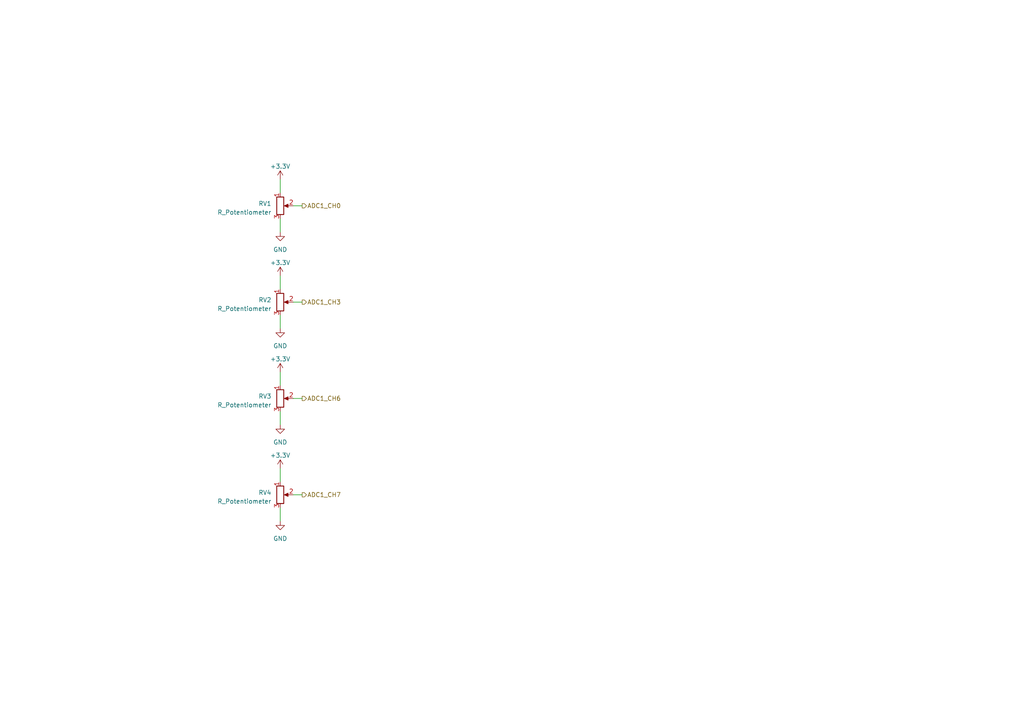
<source format=kicad_sch>
(kicad_sch (version 20230121) (generator eeschema)
  (paper "A4")
  (lib_symbols
    (symbol "Device:R_Potentiometer" (pin_names (offset 1.016) hide)
      (property "Reference" "RV" (at -4.445 0 90))
      (property "Value" "R_Potentiometer" (at -2.54 0 90))
      (symbol "R_Potentiometer_0_1"
        (polyline (pts (xy 2.54 0) (xy 1.524 0)))
        (polyline (pts (xy 1.143 0) (xy 2.286 0.508) (xy 2.286 -0.508) (xy 1.143 0)) (fill (type outline)))
        (rectangle (start 1.016 2.54) (end -1.016 -2.54) (stroke (width 0.254)))
      )
      (symbol "R_Potentiometer_1_1"
        (pin passive line (at 0 3.81 270) (length 1.27) (name "1") (number "1"))
        (pin passive line (at 3.81 0 180) (length 1.27) (name "2") (number "2"))
        (pin passive line (at 0 -3.81 90) (length 1.27) (name "3") (number "3"))
      )
    )
    (symbol "power:+3.3V" (power) (pin_names (offset 0))
      (property "Value" "+3.3V" (at 0 3.556 0))
      (symbol "+3.3V_0_1"
        (polyline (pts (xy -0.762 1.27) (xy 0 2.54)))
        (polyline (pts (xy 0 0) (xy 0 2.54)))
        (polyline (pts (xy 0 2.54) (xy 0.762 1.27)))
      )
      (symbol "+3.3V_1_1"
        (pin power_in line (at 0 0 90) (length 0) hide (name "+3.3V") (number "1"))
      )
    )
    (symbol "power:GND" (power) (pin_names (offset 0))
      (property "Value" "GND" (at 0 -3.81 0))
      (symbol "GND_0_1"
        (polyline (pts (xy 0 0) (xy 0 -1.27) (xy 1.27 -1.27) (xy 0 -2.54) (xy -1.27 -1.27) (xy 0 -1.27)))
      )
      (symbol "GND_1_1"
        (pin power_in line (at 0 0 270) (length 0) hide (name "GND") (number "1"))
      )
    )
  )
  (wire (pts (xy 85.09 59.69) (xy 87.63 59.69)))
  (wire (pts (xy 81.28 91.44) (xy 81.28 95.25)))
  (wire (pts (xy 81.28 80.01) (xy 81.28 83.82)))
  (wire (pts (xy 85.09 143.51) (xy 87.63 143.51)))
  (wire (pts (xy 81.28 52.07) (xy 81.28 55.88)))
  (wire (pts (xy 81.28 147.32) (xy 81.28 151.13)))
  (wire (pts (xy 81.28 63.5) (xy 81.28 67.31)))
  (wire (pts (xy 81.28 107.95) (xy 81.28 111.76)))
  (wire (pts (xy 81.28 135.89) (xy 81.28 139.7)))
  (wire (pts (xy 85.09 115.57) (xy 87.63 115.57)))
  (wire (pts (xy 81.28 119.38) (xy 81.28 123.19)))
  (wire (pts (xy 85.09 87.63) (xy 87.63 87.63)))
  (hierarchical_label "ADC1_CH6" (shape output) (at 87.63 115.57 0))
  (hierarchical_label "ADC1_CH0" (shape output) (at 87.63 59.69 0))
  (hierarchical_label "ADC1_CH7" (shape output) (at 87.63 143.51 0))
  (hierarchical_label "ADC1_CH3" (shape output) (at 87.63 87.63 0))
  (symbol (lib_id "power:GND") (at 81.28 151.13 0) (unit 1)
    (property "Reference" "#PWR012" (effects hide))
    (property "Value" "GND" (at 81.28 156.21 0))
  )
  (symbol (lib_id "power:+3.3V") (at 81.28 107.95 0) (unit 1)
    (property "Reference" "#PWR09" (effects hide))
    (property "Value" "+3.3V" (at 81.28 104.14 0))
  )
  (symbol (lib_id "Device:R_Potentiometer") (at 81.28 59.69 0) (unit 1)
    (property "Reference" "RV1" (at 78.74 59.055 0) (effects (justify right)))
    (property "Value" "R_Potentiometer" (at 78.74 61.595 0) (effects (justify right)))
    (property "Footprint" "Potentiometer_THT:Potentiometer_ACP_CA6-H2,5_Horizontal" (effects hide))
  )
  (symbol (lib_id "power:GND") (at 81.28 67.31 0) (unit 1)
    (property "Reference" "#PWR03" (effects hide))
    (property "Value" "GND" (at 81.28 72.39 0))
  )
  (symbol (lib_id "power:+3.3V") (at 81.28 52.07 0) (unit 1)
    (property "Reference" "#PWR02" (effects hide))
    (property "Value" "+3.3V" (at 81.28 48.26 0))
  )
  (symbol (lib_id "Device:R_Potentiometer") (at 81.28 143.51 0) (unit 1)
    (property "Reference" "RV4" (at 78.74 142.875 0) (effects (justify right)))
    (property "Value" "R_Potentiometer" (at 78.74 145.415 0) (effects (justify right)))
    (property "Footprint" "Potentiometer_THT:Potentiometer_ACP_CA6-H2,5_Horizontal" (effects hide))
  )
  (symbol (lib_id "Device:R_Potentiometer") (at 81.28 87.63 0) (unit 1)
    (property "Reference" "RV2" (at 78.74 86.995 0) (effects (justify right)))
    (property "Value" "R_Potentiometer" (at 78.74 89.535 0) (effects (justify right)))
    (property "Footprint" "Potentiometer_THT:Potentiometer_ACP_CA6-H2,5_Horizontal" (effects hide))
  )
  (symbol (lib_id "power:GND") (at 81.28 95.25 0) (unit 1)
    (property "Reference" "#PWR08" (effects hide))
    (property "Value" "GND" (at 81.28 100.33 0))
  )
  (symbol (lib_id "power:+3.3V") (at 81.28 80.01 0) (unit 1)
    (property "Reference" "#PWR04" (effects hide))
    (property "Value" "+3.3V" (at 81.28 76.2 0))
  )
  (symbol (lib_id "Device:R_Potentiometer") (at 81.28 115.57 0) (unit 1)
    (property "Reference" "RV3" (at 78.74 114.935 0) (effects (justify right)))
    (property "Value" "R_Potentiometer" (at 78.74 117.475 0) (effects (justify right)))
    (property "Footprint" "Potentiometer_THT:Potentiometer_ACP_CA6-H2,5_Horizontal" (effects hide))
  )
  (symbol (lib_id "power:+3.3V") (at 81.28 135.89 0) (unit 1)
    (property "Reference" "#PWR011" (effects hide))
    (property "Value" "+3.3V" (at 81.28 132.08 0))
  )
  (symbol (lib_id "power:GND") (at 81.28 123.19 0) (unit 1)
    (property "Reference" "#PWR010" (effects hide))
    (property "Value" "GND" (at 81.28 128.27 0))
  )
)
</source>
